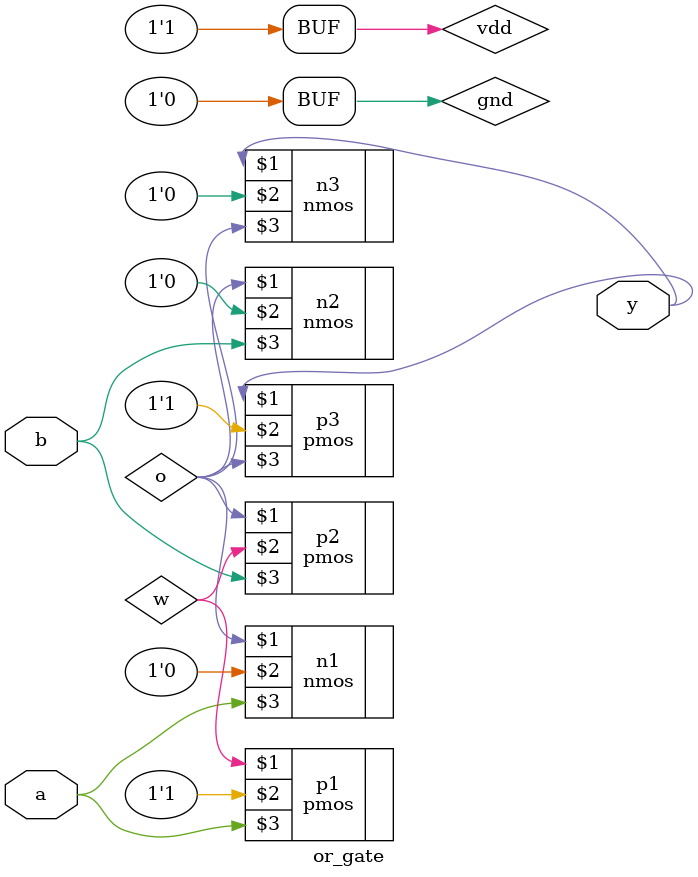
<source format=v>
module or_gate(
  input a, b,
  output y);

  supply0 gnd;
  supply1 vdd;
  wire w,o;

    //nor
  pmos p1(w, vdd, a);
  pmos p2(o, w, b);
  nmos n1(o, gnd, a);
  nmos n2(o, gnd, b);

    //~NOR
  pmos p3(y, vdd, o);
  nmos n3(y, gnd, o);

endmodule

</source>
